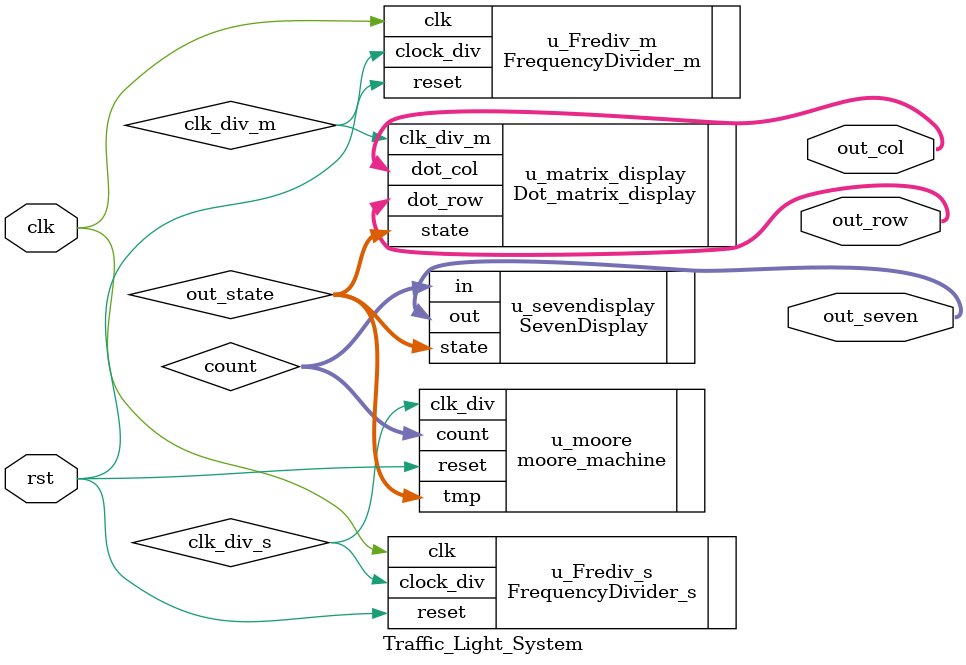
<source format=v>
module Traffic_Light_System(clk, rst, out_seven, out_row, out_col);

input clk, rst;
output [6:0] out_seven;
output [7:0] out_row, out_col;

wire clk_div_s, clk_div_m;
wire [1:0] out_state;
wire [3:0] count;

FrequencyDivider_m u_Frediv_m(.clk(clk), .reset(rst), .clock_div(clk_div_m));

FrequencyDivider_s u_Frediv_s(.clk(clk), .reset(rst), .clock_div(clk_div_s));

moore_machine u_moore(.clk_div(clk_div_s), .reset(rst), .count(count), .tmp(out_state));

SevenDisplay u_sevendisplay(.in(count), .out(out_seven), .state(out_state));

Dot_matrix_display u_matrix_display(.clk_div_m(clk_div_m), .state(out_state), .dot_row(out_row), .dot_col(out_col));

endmodule

</source>
